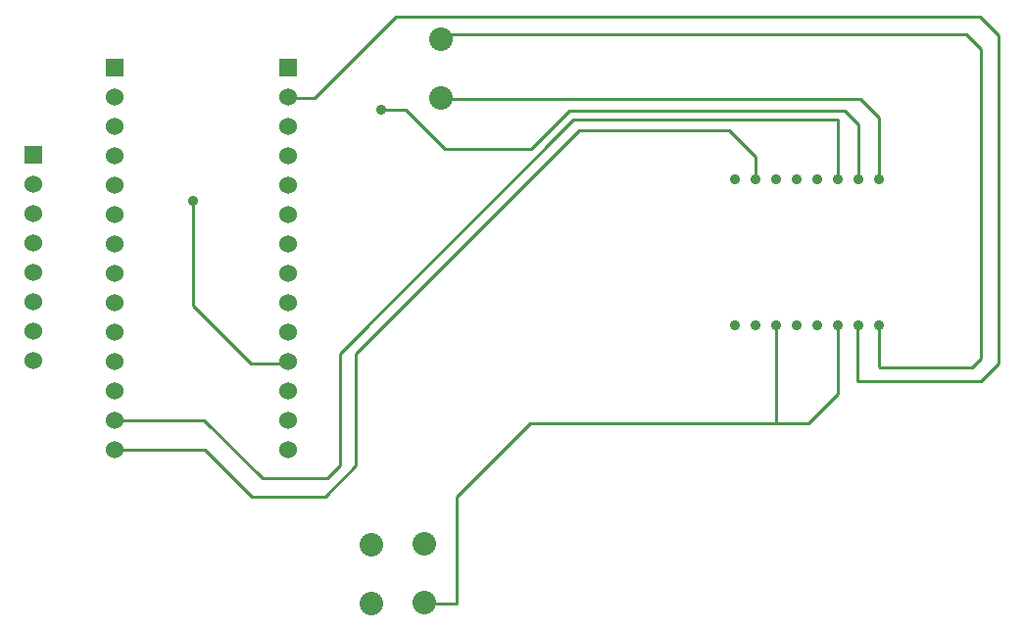
<source format=gbr>
G04 start of page 7 for group 5 idx 5 *
G04 Title: (unknown), bottom *
G04 Creator: pcb 4.1.2 *
G04 CreationDate: Fri Sep 21 09:06:42 2018 UTC *
G04 For: mytch *
G04 Format: Gerber/RS-274X *
G04 PCB-Dimensions (mil): 3937.01 2755.91 *
G04 PCB-Coordinate-Origin: lower left *
%MOIN*%
%FSLAX25Y25*%
%LNBOTTOM*%
%ADD60C,0.0350*%
%ADD59C,0.0380*%
%ADD58C,0.1180*%
%ADD57C,0.0200*%
%ADD56C,0.0360*%
%ADD55C,0.0800*%
%ADD54C,0.0600*%
%ADD53C,0.0001*%
%ADD52C,0.0100*%
G54D52*X59055Y70787D02*X89843D01*
X105906Y54724D01*
X59055Y80787D02*X89685D01*
X109449Y61024D01*
X284252Y79921D02*X284055Y79724D01*
X135827Y65354D02*X131496Y61024D01*
X109449D01*
X105906Y54724D02*X130709D01*
X141339Y65354D01*
X284055Y79724D02*X200591D01*
X175591Y54724D01*
X312276Y162913D02*Y181425D01*
X307480Y186220D01*
X277276Y162913D02*Y170362D01*
X272835Y174803D01*
X268110Y179528D02*X273031Y174606D01*
X319685Y163323D02*X319276Y162913D01*
X319323Y162961D02*Y183827D01*
X312992Y190157D01*
X305118Y163071D02*X305276Y162913D01*
X305118Y183071D02*Y163071D01*
X305276Y113307D02*Y89921D01*
X319291Y113291D02*X319276Y113307D01*
X312598Y113630D02*X312276Y113307D01*
X284276D02*Y101205D01*
X319276Y113307D02*Y99228D01*
X311811Y112843D02*Y94094D01*
X284252Y79921D02*Y101157D01*
X284276Y101181D01*
X305276Y89921D02*X295276Y79921D01*
X284252D01*
X319276Y99228D02*X319685Y98819D01*
X350787D01*
X353937Y101969D01*
X311811Y94094D02*X353937D01*
X359843Y100000D01*
X353937Y101969D02*Y207087D01*
X359843Y100000D02*Y211811D01*
X353543Y218110D01*
X353937Y207087D02*X348819Y212205D01*
X171654D02*X170079Y210630D01*
X118268Y190945D02*X118110Y190787D01*
X154724Y218110D02*X127165Y190551D01*
X118346D01*
X118110Y190787D01*
X85827Y155512D02*Y119685D01*
X105512Y100000D01*
X117323D01*
X118110Y100787D01*
X215354Y183071D02*X135827Y103543D01*
X141339D02*X217323Y179528D01*
X200787Y173228D02*X171654D01*
X158268Y186614D01*
X150000D01*
X135827Y103543D02*Y65354D01*
X141339D02*Y103543D01*
X175591Y54724D02*Y18504D01*
X165039D01*
X164567Y18976D01*
X348819Y212205D02*X171654D01*
X353543Y218110D02*X168898D01*
X173228D02*X154724D01*
X312992Y190157D02*X170551D01*
X170079Y190630D01*
X200787Y173228D02*X213780Y186220D01*
X307480D02*X213780D01*
X305118Y183071D02*X215354D01*
X217323Y179528D02*X268110D01*
G54D53*G36*
X28496Y174260D02*Y168260D01*
X34496D01*
Y174260D01*
X28496D01*
G37*
G54D54*X31496Y161260D03*
Y151260D03*
X59055Y190787D03*
Y180787D03*
Y170787D03*
Y160787D03*
Y150787D03*
Y140787D03*
Y130787D03*
Y120787D03*
X31496Y141260D03*
Y131260D03*
Y121260D03*
Y111260D03*
Y101260D03*
G54D53*G36*
X56055Y203787D02*Y197787D01*
X62055D01*
Y203787D01*
X56055D01*
G37*
G36*
X115110D02*Y197787D01*
X121110D01*
Y203787D01*
X115110D01*
G37*
G54D55*X170079Y190630D03*
Y210630D03*
G54D54*X118110Y190787D03*
Y180787D03*
Y170787D03*
Y160787D03*
Y150787D03*
Y140787D03*
Y130787D03*
X59055Y110787D03*
Y100787D03*
Y90787D03*
Y80787D03*
Y70787D03*
X118110Y120787D03*
Y110787D03*
Y100787D03*
Y90787D03*
Y80787D03*
Y70787D03*
G54D55*X146457Y18583D03*
Y38583D03*
X164567Y18976D03*
Y38976D03*
G54D56*X270276Y162913D03*
Y113307D03*
X277276Y162913D03*
X284276D03*
X291276D03*
X298276D03*
X305276D03*
X312276D03*
X319276D03*
X277276Y113307D03*
X284276D03*
X291276D03*
X298276D03*
X305276D03*
X312276D03*
X319276D03*
X85827Y155512D03*
X150000Y186614D03*
G54D57*G54D58*G54D57*G54D59*G54D60*G54D59*G54D60*G54D57*M02*

</source>
